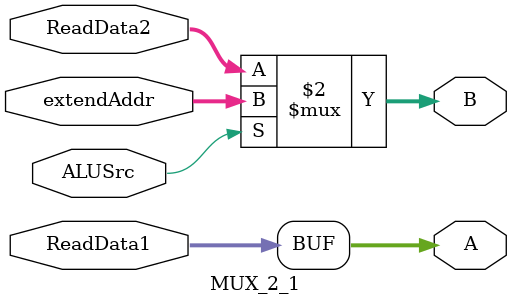
<source format=v>
`timescale 1ns / 1ps


module MUX_2_1 (ReadData1, ReadData2, extendAddr, ALUSrc, A,B);

	input [63:0] ReadData1,ReadData2, extendAddr;
	//decide lengths of the input and output depending on parameter W 
	input ALUSrc;		
	output [63:0] A,B;
	
	assign A = ReadData1;
	assign B = (ALUSrc == 1) ? extendAddr : ReadData2;
	

endmodule

</source>
